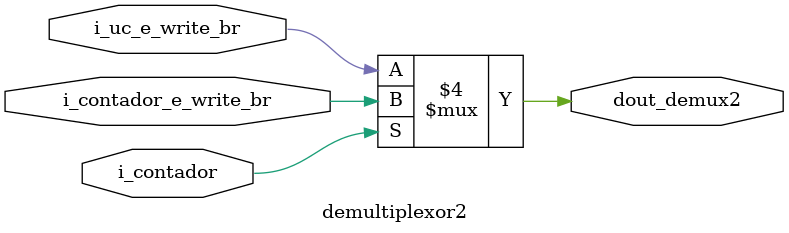
<source format=v>

`timescale 1ns / 1ns

module demultiplexor2(
	
	input i_contador,
	input i_uc_e_write_br,
	input i_contador_e_write_br,
	output reg dout_demux2

);

always @* begin

	if(i_contador == 1'b1)
		begin
			dout_demux2 = i_contador_e_write_br;
		end
	else 
		begin
			dout_demux2 = i_uc_e_write_br;
		end
end
endmodule

</source>
